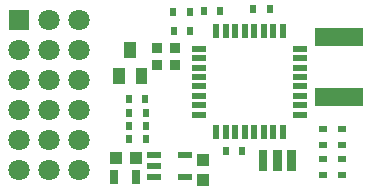
<source format=gts>
G04 DipTrace Beta 2.3.5.2*
%IN4chRemix.GTS*%
%MOIN*%
%ADD22R,0.0197X0.0315*%
%ADD25R,0.0433X0.0394*%
%ADD26R,0.0394X0.0433*%
%ADD27R,0.0315X0.0197*%
%ADD28R,0.0315X0.0472*%
%ADD29R,0.0472X0.0217*%
%ADD32R,0.16X0.06*%
%ADD35R,0.022X0.05*%
%ADD36R,0.05X0.022*%
%ADD44C,0.0709*%
%ADD46R,0.0709X0.0709*%
%ADD58R,0.034X0.036*%
%FSLAX44Y44*%
G04*
G70*
G90*
G75*
G01*
%LNTopMask*%
%LPD*%
D22*
X5880Y6070D3*
X6431D3*
X6886Y6113D3*
X7437D3*
X9100Y6150D3*
X8549D3*
D25*
X4640Y1210D3*
X3971D3*
D26*
X6853Y1135D3*
Y466D3*
D27*
X11500Y1625D3*
Y2176D3*
X10875Y1625D3*
Y2176D3*
D28*
X4625Y551D3*
X3916D3*
D29*
X5250Y1300D3*
Y926D3*
Y552D3*
X6274D3*
Y1300D3*
G36*
X4265Y4205D2*
X3871D1*
Y3654D1*
X4265D1*
Y4205D1*
G37*
G36*
X5013D2*
X4619D1*
Y3654D1*
X5013D1*
Y4205D1*
G37*
G36*
X4639Y5071D2*
X4245D1*
Y4520D1*
X4639D1*
Y5071D1*
G37*
D22*
X6437Y5426D3*
X5886D3*
D58*
X5330Y4860D3*
X5930D3*
X5938Y4301D3*
X5338D3*
D22*
X4390Y3170D3*
X4941D3*
X4400Y2710D3*
X4951D3*
D27*
X10875Y625D3*
Y1176D3*
X11500Y625D3*
Y1176D3*
D22*
X7625Y1426D3*
X8176D3*
X4400Y2280D3*
X4951D3*
X4400Y1830D3*
X4951D3*
D32*
X11400Y3230D3*
Y5230D3*
D35*
X7312Y2051D3*
X7627D3*
X7942D3*
X8257D3*
X8572D3*
X8887D3*
X9202D3*
X9517D3*
D36*
X10105Y2638D3*
Y2953D3*
Y3268D3*
Y3583D3*
Y3898D3*
Y4213D3*
Y4528D3*
Y4843D3*
D35*
X9517Y5431D3*
X9202D3*
X8887D3*
X8572D3*
X8257D3*
X7942D3*
X7627D3*
X7312D3*
D36*
X6725Y4843D3*
Y4528D3*
Y4213D3*
Y3898D3*
Y3583D3*
Y3268D3*
Y2953D3*
Y2638D3*
D46*
X750Y5801D3*
D44*
X1750D3*
X750Y4801D3*
X1750D3*
X750Y3801D3*
X1750D3*
X750Y2801D3*
X1750D3*
X750Y1801D3*
X1750D3*
X750Y801D3*
X1750D3*
X2750Y5801D3*
Y4801D3*
Y3801D3*
Y2801D3*
Y1801D3*
Y801D3*
G36*
X9013Y1448D2*
X8737D1*
Y779D1*
X9013D1*
Y1448D1*
G37*
G36*
X9485D2*
X9210D1*
Y779D1*
X9485D1*
Y1448D1*
G37*
G36*
X9958D2*
X9682D1*
Y779D1*
X9958D1*
Y1448D1*
G37*
M02*

</source>
